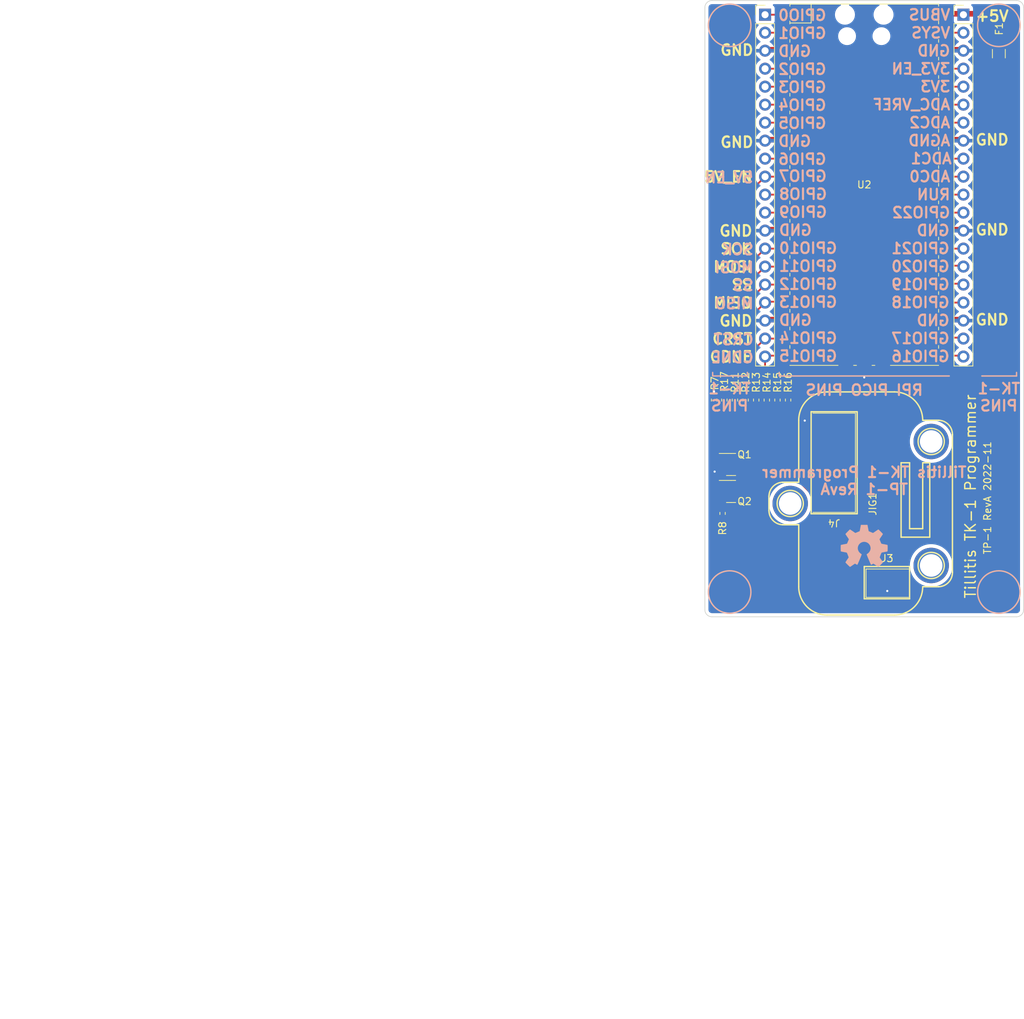
<source format=kicad_pcb>
(kicad_pcb (version 20211014) (generator pcbnew)
  (layers (0 "F.Cu" signal) (31 "B.Cu" signal) (34 "B.Paste" user) (35 "F.Paste" user) (36 "B.SilkS" user "B.Silkscreen") (37 "F.SilkS" user "F.Silkscreen") (38 "B.Mask" user) (39 "F.Mask" user) (44 "Edge.Cuts" user))
  (net 0 "")
  (net 1 "GND")
  (net 2 "+5V")
  (net 3 "/PICO28")
  (net 4 "/PICO27")
  (net 5 "/PICO26")
  (net 6 "/CDONE")
  (net 7 "/CRESET")
  (net 8 "/MISO")
  (net 9 "/SS")
  (net 10 "/MOSI")
  (net 11 "/SCK")
  (net 12 "/PICO_0")
  (net 13 "/PICO_1")
  (net 14 "/PICO_2")
  (net 15 "/PICO_3")
  (net 16 "/PICO_4")
  (net 17 "/PICO_5")
  (net 18 "/PICO_6")
  (net 19 "/PICO_VSYS")
  (net 20 "/PICO_3V3_EN")
  (net 21 "/PICO_3V3")
  (net 22 "/PICO_ADC_VREF")
  (net 25 "/PICO_RUN")
  (net 26 "/PICO22")
  (net 27 "/TX_U")
  (net 28 "/RX_U")
  (net 29 "/SCK_U")
  (net 30 "/MOSI_U")
  (net 31 "/SS_U")
  (net 32 "/MISO_U")
  (net 33 "/CRESET_U")
  (net 34 "/CDONE_U")
  (net 35 "/GPIO4_U")
  (net 36 "/GPIO3_U")
  (net 37 "/GPIO2_U")
  (net 38 "/GPIO1_U")
  (net 39 "/CTS_U")
  (net 40 "/RTS_U")
  (net 41 "/5V_EN")
  (net 42 "Net-(Q1-Pad3)")
  (net 43 "/5V_DUT")
  (net 44 "/5V_FUSE")
  (net 45 "Net-(Q1-Pad1)")
  (footprint "Connector_PinHeader_2.54mm:PinHeader_1x20_P2.54mm_Vertical" (layer "F.Cu") (at 154.5 51)
    (fp_text reference "J2" hide)
    (fp_text value "Conn_01x20" hide)
    (pad "1" thru_hole rect (at 0 0) (size 1.7 1.7) (drill 1) (layers *.Cu *.Mask) (net 2 "+5V"))
    (pad "2" thru_hole oval (at 0 2.54) (size 1.7 1.7) (drill 1) (layers *.Cu *.Mask) (net 19 "/PICO_VSYS"))
    (pad "3" thru_hole oval (at 0 5.08) (size 1.7 1.7) (drill 1) (layers *.Cu *.Mask) (net 1 "GND"))
    (pad "4" thru_hole oval (at 0 7.62) (size 1.7 1.7) (drill 1) (layers *.Cu *.Mask) (net 20 "/PICO_3V3_EN"))
    (pad "5" thru_hole oval (at 0 10.16) (size 1.7 1.7) (drill 1) (layers *.Cu *.Mask) (net 21 "/PICO_3V3"))
    (pad "6" thru_hole oval (at 0 12.7) (size 1.7 1.7) (drill 1) (layers *.Cu *.Mask) (net 22 "/PICO_ADC_VREF"))
    (pad "7" thru_hole oval (at 0 15.24) (size 1.7 1.7) (drill 1) (layers *.Cu *.Mask) (net 3 "/PICO28"))
    (pad "8" thru_hole oval (at 0 17.78) (size 1.7 1.7) (drill 1) (layers *.Cu *.Mask) (net 1 "GND"))
    (pad "9" thru_hole oval (at 0 20.32) (size 1.7 1.7) (drill 1) (layers *.Cu *.Mask) (net 4 "/PICO27"))
    (pad "10" thru_hole oval (at 0 22.86) (size 1.7 1.7) (drill 1) (layers *.Cu *.Mask) (net 5 "/PICO26"))
    (pad "11" thru_hole oval (at 0 25.4) (size 1.7 1.7) (drill 1) (layers *.Cu *.Mask) (net 25 "/PICO_RUN"))
    (pad "12" thru_hole oval (at 0 27.94) (size 1.7 1.7) (drill 1) (layers *.Cu *.Mask) (net 26 "/PICO22"))
    (pad "13" thru_hole oval (at 0 30.48) (size 1.7 1.7) (drill 1) (layers *.Cu *.Mask) (net 1 "GND"))
    (pad "14" thru_hole oval (at 0 33.02) (size 1.7 1.7) (drill 1) (layers *.Cu *.Mask) (net 35 "/GPIO4_U"))
    (pad "15" thru_hole oval (at 0 35.56) (size 1.7 1.7) (drill 1) (layers *.Cu *.Mask) (net 36 "/GPIO3_U"))
    (pad "16" thru_hole oval (at 0 38.1) (size 1.7 1.7) (drill 1) (layers *.Cu *.Mask) (net 37 "/GPIO2_U"))
    (pad "17" thru_hole oval (at 0 40.64) (size 1.7 1.7) (drill 1) (layers *.Cu *.Mask) (net 38 "/GPIO1_U"))
    (pad "18" thru_hole oval (at 0 43.18) (size 1.7 1.7) (drill 1) (layers *.Cu *.Mask) (net 1 "GND"))
    (pad "19" thru_hole oval (at 0 45.72) (size 1.7 1.7) (drill 1) (layers *.Cu *.Mask) (net 39 "/CTS_U"))
    (pad "20" thru_hole oval (at 0 48.26) (size 1.7 1.7) (drill 1) (layers *.Cu *.Mask) (net 40 "/RTS_U"))
  )
  (footprint "Fuse:Fuse_1206_3216Metric" (layer "F.Cu") (at 159.5 56.5 -90)
    (fp_text reference "F1" (at -3.5 -0.05 90) (layer "F.SilkS"))
    (fp_text value "50mA" hide)
    (pad "1" smd roundrect (at -1.4 0 270) (size 1.25 1.75) (layers "F.Cu" "F.Paste" "F.Mask") (roundrect_rratio 0.2) (net 2 "+5V"))
    (pad "2" smd roundrect (at 1.4 0 270) (size 1.25 1.75) (layers "F.Cu" "F.Paste" "F.Mask") (roundrect_rratio 0.2) (net 44 "/5V_FUSE"))
  )
  (footprint "Fiducial:Fiducial_1mm_Mask2mm" (layer "F.Cu") (at 161 134)
    (fp_text reference "FID1" hide)
    (fp_text value "Fiducial" hide)
    (pad "" smd circle (at 0 0) (size 1 1) (layers "F.Cu" "F.Mask") (clearance 0.5))
  )
  (footprint "mta1:ERJ2G(0402)_L" (layer "F.Cu") (at 123.75 105.4 90)
    (fp_text reference "R12" (at 2.5 0 90) (layer "F.SilkS"))
    (fp_text value "100R" hide)
    (pad "1" smd roundrect locked (at -0.4 0 90) (size 0.45 0.45) (layers "F.Cu" "F.Paste" "F.Mask") (net 10 "/MOSI"))
    (pad "2" smd roundrect locked (at 0.4 0 90) (size 0.45 0.45) (layers "F.Cu" "F.Paste" "F.Mask") (net 30 "/MOSI_U"))
  )
  (footprint "Connector_PinHeader_2.54mm:PinHeader_1x20_P2.54mm_Vertical" (layer "F.Cu") (at 126.5 51)
    (fp_text reference "J1" hide)
    (fp_text value "Conn_01x20" hide)
    (pad "1" thru_hole rect (at 0 0) (size 1.7 1.7) (drill 1) (layers *.Cu *.Mask) (net 12 "/PICO_0"))
    (pad "2" thru_hole oval (at 0 2.54) (size 1.7 1.7) (drill 1) (layers *.Cu *.Mask) (net 13 "/PICO_1"))
    (pad "3" thru_hole oval (at 0 5.08) (size 1.7 1.7) (drill 1) (layers *.Cu *.Mask) (net 1 "GND"))
    (pad "4" thru_hole oval (at 0 7.62) (size 1.7 1.7) (drill 1) (layers *.Cu *.Mask) (net 14 "/PICO_2"))
    (pad "5" thru_hole oval (at 0 10.16) (size 1.7 1.7) (drill 1) (layers *.Cu *.Mask) (net 15 "/PICO_3"))
    (pad "6" thru_hole oval (at 0 12.7) (size 1.7 1.7) (drill 1) (layers *.Cu *.Mask) (net 16 "/PICO_4"))
    (pad "7" thru_hole oval (at 0 15.24) (size 1.7 1.7) (drill 1) (layers *.Cu *.Mask) (net 17 "/PICO_5"))
    (pad "8" thru_hole oval (at 0 17.78) (size 1.7 1.7) (drill 1) (layers *.Cu *.Mask) (net 1 "GND"))
    (pad "9" thru_hole oval (at 0 20.32) (size 1.7 1.7) (drill 1) (layers *.Cu *.Mask) (net 18 "/PICO_6"))
    (pad "10" thru_hole oval (at 0 22.86) (size 1.7 1.7) (drill 1) (layers *.Cu *.Mask) (net 41 "/5V_EN"))
    (pad "11" thru_hole oval (at 0 25.4) (size 1.7 1.7) (drill 1) (layers *.Cu *.Mask) (net 27 "/TX_U"))
    (pad "12" thru_hole oval (at 0 27.94) (size 1.7 1.7) (drill 1) (layers *.Cu *.Mask) (net 28 "/RX_U"))
    (pad "13" thru_hole oval (at 0 30.48) (size 1.7 1.7) (drill 1) (layers *.Cu *.Mask) (net 1 "GND"))
    (pad "14" thru_hole oval (at 0 33.02) (size 1.7 1.7) (drill 1) (layers *.Cu *.Mask) (net 29 "/SCK_U"))
    (pad "15" thru_hole oval (at 0 35.56) (size 1.7 1.7) (drill 1) (layers *.Cu *.Mask) (net 30 "/MOSI_U"))
    (pad "16" thru_hole oval (at 0 38.1) (size 1.7 1.7) (drill 1) (layers *.Cu *.Mask) (net 31 "/SS_U"))
    (pad "17" thru_hole oval (at 0 40.64) (size 1.7 1.7) (drill 1) (layers *.Cu *.Mask) (net 32 "/MISO_U"))
    (pad "18" thru_hole oval (at 0 43.18) (size 1.7 1.7) (drill 1) (layers *.Cu *.Mask) (net 1 "GND"))
    (pad "19" thru_hole oval (at 0 45.72) (size 1.7 1.7) (drill 1) (layers *.Cu *.Mask) (net 33 "/CRESET_U"))
    (pad "20" thru_hole oval (at 0 48.26) (size 1.7 1.7) (drill 1) (layers *.Cu *.Mask) (net 34 "/CDONE_U"))
  )
  (footprint "mta1:ERJ2G(0402)_L" (layer "F.Cu") (at 126.75 105.4 90)
    (fp_text reference "R14" (at 2.5 0 90) (layer "F.SilkS"))
    (fp_text value "100R" hide)
    (pad "1" smd roundrect locked (at -0.4 0 90) (size 0.45 0.45) (layers "F.Cu" "F.Paste" "F.Mask") (net 8 "/MISO"))
    (pad "2" smd roundrect locked (at 0.4 0 90) (size 0.45 0.45) (layers "F.Cu" "F.Paste" "F.Mask") (net 32 "/MISO_U"))
  )
  (footprint "mta1:ERJ2G(0402)_L" (layer "F.Cu") (at 122.25 105.4 90)
    (fp_text reference "R11" (at 2.5 0 90) (layer "F.SilkS"))
    (fp_text value "100R" hide)
    (pad "1" smd roundrect locked (at -0.4 0 90) (size 0.45 0.45) (layers "F.Cu" "F.Paste" "F.Mask") (net 11 "/SCK"))
    (pad "2" smd roundrect locked (at 0.4 0 90) (size 0.45 0.45) (layers "F.Cu" "F.Paste" "F.Mask") (net 29 "/SCK_U"))
  )
  (footprint "mta1:ERJ2G(0402)_L" (layer "F.Cu") (at 125.25 105.4 90)
    (fp_text reference "R13" (at 2.5 0 90) (layer "F.SilkS"))
    (fp_text value "100R" hide)
    (pad "1" smd roundrect locked (at -0.4 0 90) (size 0.45 0.45) (layers "F.Cu" "F.Paste" "F.Mask") (net 9 "/SS"))
    (pad "2" smd roundrect locked (at 0.4 0 90) (size 0.45 0.45) (layers "F.Cu" "F.Paste" "F.Mask") (net 31 "/SS_U"))
  )
  (footprint "Package_TO_SOT_SMD:SOT-23" (layer "F.Cu") (at 121.7 114.49)
    (fp_text reference "Q1" (at 1.9 -1.39) (layer "F.SilkS"))
    (fp_text value "AO3400A" hide)
    (pad "1" smd roundrect (at -0.9375 -0.95) (size 1.475 0.6) (layers "F.Cu" "F.Paste" "F.Mask") (net 45 "Net-(Q1-Pad1)"))
    (pad "2" smd roundrect (at -0.9375 0.95) (size 1.475 0.6) (layers "F.Cu" "F.Paste" "F.Mask") (net 1 "GND"))
    (pad "3" smd roundrect (at 0.9375 0) (size 1.475 0.6) (layers "F.Cu" "F.Paste" "F.Mask") (net 42 "Net-(Q1-Pad3)"))
  )
  (footprint "mta1:mta1_usb_ch552_flat" (layer "F.Cu") (at 140 120 90)
    (fp_text reference "JIG1" (at -0.1 1.7 90 unlocked) (layer "F.SilkS"))
    (fp_text value "mta1_usb_ch552_flat" hide)
    (pad "M1" thru_hole circle (at 0 -9.95 90) (size 5 5) (drill 3.2) (layers *.Cu *.Mask))
    (pad "M2" thru_hole circle (at -8.75 9.95 90) (size 5 5) (drill 3.2) (layers *.Cu *.Mask))
    (pad "M3" thru_hole circle (at 8.75 9.95 90) (size 5 5) (drill 3.2) (layers *.Cu *.Mask))
  )
  (footprint "mta1:ERJ2G(0402)_L" (layer "F.Cu") (at 120.5 121.4 -90)
    (fp_text reference "R8" (at 2.1 0 90) (layer "F.SilkS"))
    (fp_text value "10K" hide)
    (pad "1" smd roundrect locked (at -0.4 0 270) (size 0.45 0.45) (layers "F.Cu" "F.Paste" "F.Mask") (net 42 "Net-(Q1-Pad3)"))
    (pad "2" smd roundrect locked (at 0.4 0 270) (size 0.45 0.45) (layers "F.Cu" "F.Paste" "F.Mask") (net 44 "/5V_FUSE"))
  )
  (footprint "Package_TO_SOT_SMD:SOT-23" (layer "F.Cu") (at 121.7 118.3)
    (fp_text reference "Q2" (at 1.9 1.4) (layer "F.SilkS"))
    (fp_text value "AO3401A" hide)
    (pad "1" smd roundrect (at -0.9375 -0.95) (size 1.475 0.6) (layers "F.Cu" "F.Paste" "F.Mask") (net 42 "Net-(Q1-Pad3)"))
    (pad "2" smd roundrect (at -0.9375 0.95) (size 1.475 0.6) (layers "F.Cu" "F.Paste" "F.Mask") (net 44 "/5V_FUSE"))
    (pad "3" smd roundrect (at 0.9375 0) (size 1.475 0.6) (layers "F.Cu" "F.Paste" "F.Mask") (net 43 "/5V_DUT"))
  )
  (footprint "mta1:BC-1-701" (layer "F.Cu") (at 136.25 114.25 180)
    (fp_text reference "J4" (at 0 -8.5 180 unlocked) (layer "F.SilkS"))
    (fp_text value "BC-1-701" hide)
    (pad "1" smd roundrect (at 2 -6 180) (size 2.6 1.7) (layers "F.Cu" "F.Paste" "F.Mask") (roundrect_rratio 0.1) (net 11 "/SCK"))
    (pad "2" smd roundrect (at 2 -4 180) (size 2.6 1.7) (layers "F.Cu" "F.Paste" "F.Mask") (roundrect_rratio 0.1) (net 10 "/MOSI"))
    (pad "3" smd roundrect (at 2 -2 180) (size 2.6 1.7) (layers "F.Cu" "F.Paste" "F.Mask") (roundrect_rratio 0.1) (net 9 "/SS"))
    (pad "4" smd roundrect (at 2 0 180) (size 2.6 1.7) (layers "F.Cu" "F.Paste" "F.Mask") (roundrect_rratio 0.1) (net 8 "/MISO"))
    (pad "5" smd roundrect (at 2 2 180) (size 2.6 1.7) (layers "F.Cu" "F.Paste" "F.Mask") (roundrect_rratio 0.1) (net 7 "/CRESET"))
    (pad "6" smd roundrect (at 2 4 180) (size 2.6 1.7) (layers "F.Cu" "F.Paste" "F.Mask") (roundrect_rratio 0.1) (net 6 "/CDONE"))
    (pad "7" smd roundrect (at 2 6 180) (size 2.6 1.7) (layers "F.Cu" "F.Paste" "F.Mask") (roundrect_rratio 0.1) (net 1 "GND"))
  )
  (footprint "mta1:BC-1-208" (layer "F.Cu") (at 143.75 131.25)
    (fp_text reference "J3" (at 0 -3.5 unlocked) (layer "F.SilkS"))
    (fp_text value "BC-1-208" hide)
    (pad "1" smd roundrect (at 2 -1) (size 2.6 1.7) (layers "F.Cu" "F.Paste" "F.Mask") (roundrect_rratio 0.1) (net 43 "/5V_DUT"))
    (pad "2" smd roundrect (at 2 1) (size 2.6 1.7) (layers "F.Cu" "F.Paste" "F.Mask") (roundrect_rratio 0.1) (net 1 "GND"))
  )
  (footprint "MCU_RaspberryPi_and_Boards:RPi_Pico_SMD_reflow" (layer "F.Cu") (at 140.5 75)
    (fp_text reference "U2" (at 0 0) (layer "F.SilkS"))
    (fp_text value "Pico" hide)
    (pad "" np_thru_hole oval (at 2.425 -20.97) (size 1.5 1.5) (drill 1.5) (layers *.Cu *.Mask))
    (pad "" np_thru_hole oval (at -2.725 -24) (size 1.8 1.8) (drill 1.8) (layers F&B.Cu *.Mask))
    (pad "" np_thru_hole oval (at 2.725 -24) (size 1.8 1.8) (drill 1.8) (layers *.Cu *.Mask))
    (pad "" np_thru_hole oval (at -2.425 -20.97) (size 1.5 1.5) (drill 1.5) (layers *.Cu *.Mask))
    (pad "1" smd rect (at -8.89 -24.13) (size 3.5 1.7) (drill (offset -0.9 0)) (layers "F.Cu" "F.Paste" "F.Mask") (net 12 "/PICO_0"))
    (pad "2" smd rect (at -8.89 -21.59) (size 3.5 1.7) (drill (offset -0.9 0)) (layers "F.Cu" "F.Paste" "F.Mask") (net 13 "/PICO_1"))
    (pad "3" smd rect (at -8.89 -19.05) (size 3.5 1.7) (drill (offset -0.9 0)) (layers "F.Cu" "F.Paste" "F.Mask") (net 1 "GND"))
    (pad "4" smd rect (at -8.89 -16.51) (size 3.5 1.7) (drill (offset -0.9 0)) (layers "F.Cu" "F.Paste" "F.Mask") (net 14 "/PICO_2"))
    (pad "5" smd rect (at -8.89 -13.97) (size 3.5 1.7) (drill (offset -0.9 0)) (layers "F.Cu" "F.Paste" "F.Mask") (net 15 "/PICO_3"))
    (pad "6" smd rect (at -8.89 -11.43) (size 3.5 1.7) (drill (offset -0.9 0)) (layers "F.Cu" "F.Paste" "F.Mask") (net 16 "/PICO_4"))
    (pad "7" smd rect (at -8.89 -8.89) (size 3.5 1.7) (drill (offset -0.9 0)) (layers "F.Cu" "F.Paste" "F.Mask") (net 17 "/PICO_5"))
    (pad "8" smd rect (at -8.89 -6.35) (size 3.5 1.7) (drill (offset -0.9 0)) (layers "F.Cu" "F.Paste" "F.Mask") (net 1 "GND"))
    (pad "9" smd rect (at -8.89 -3.81) (size 3.5 1.7) (drill (offset -0.9 0)) (layers "F.Cu" "F.Paste" "F.Mask") (net 18 "/PICO_6"))
    (pad "10" smd rect (at -8.89 -1.27) (size 3.5 1.7) (drill (offset -0.9 0)) (layers "F.Cu" "F.Paste" "F.Mask") (net 41 "/5V_EN"))
    (pad "11" smd rect (at -8.89 1.27) (size 3.5 1.7) (drill (offset -0.9 0)) (layers "F.Cu" "F.Paste" "F.Mask") (net 27 "/TX_U"))
    (pad "12" smd rect (at -8.89 3.81) (size 3.5 1.7) (drill (offset -0.9 0)) (layers "F.Cu" "F.Paste" "F.Mask") (net 28 "/RX_U"))
    (pad "13" smd rect (at -8.89 6.35) (size 3.5 1.7) (drill (offset -0.9 0)) (layers "F.Cu" "F.Paste" "F.Mask") (net 1 "GND"))
    (pad "14" smd rect (at -8.89 8.89) (size 3.5 1.7) (drill (offset -0.9 0)) (layers "F.Cu" "F.Paste" "F.Mask") (net 29 "/SCK_U"))
    (pad "15" smd rect (at -8.89 11.43) (size 3.5 1.7) (drill (offset -0.9 0)) (layers "F.Cu" "F.Paste" "F.Mask") (net 30 "/MOSI_U"))
    (pad "16" smd rect (at -8.89 13.97) (size 3.5 1.7) (drill (offset -0.9 0)) (layers "F.Cu" "F.Paste" "F.Mask") (net 31 "/SS_U"))
    (pad "17" smd rect (at -8.89 16.51) (size 3.5 1.7) (drill (offset -0.9 0)) (layers "F.Cu" "F.Paste" "F.Mask") (net 32 "/MISO_U"))
    (pad "18" smd rect (at -8.89 19.05) (size 3.5 1.7) (drill (offset -0.9 0)) (layers "F.Cu" "F.Paste" "F.Mask") (net 1 "GND"))
    (pad "19" smd rect (at -8.89 21.59) (size 3.5 1.7) (drill (offset -0.9 0)) (layers "F.Cu" "F.Paste" "F.Mask") (net 33 "/CRESET_U"))
    (pad "20" smd rect (at -8.89 24.13) (size 3.5 1.7) (drill (offset -0.9 0)) (layers "F.Cu" "F.Paste" "F.Mask") (net 34 "/CDONE_U"))
    (pad "21" smd rect (at 8.89 24.13) (size 3.5 1.7) (drill (offset 0.9 0)) (layers "F.Cu" "F.Paste" "F.Mask") (net 40 "/RTS_U"))
    (pad "22" smd rect (at 8.89 21.59) (size 3.5 1.7) (drill (offset 0.9 0)) (layers "F.Cu" "F.Paste" "F.Mask") (net 39 "/CTS_U"))
    (pad "23" smd rect (at 8.89 19.05) (size 3.5 1.7) (drill (offset 0.9 0)) (layers "F.Cu" "F.Paste" "F.Mask") (net 1 "GND"))
    (pad "24" smd rect (at 8.89 16.51) (size 3.5 1.7) (drill (offset 0.9 0)) (layers "F.Cu" "F.Paste" "F.Mask") (net 38 "/GPIO1_U"))
    (pad "25" smd rect (at 8.89 13.97) (size 3.5 1.7) (drill (offset 0.9 0)) (layers "F.Cu" "F.Paste" "F.Mask") (net 37 "/GPIO2_U"))
    (pad "26" smd rect (at 8.89 11.43) (size 3.5 1.7) (drill (offset 0.9 0)) (layers "F.Cu" "F.Paste" "F.Mask") (net 36 "/GPIO3_U"))
    (pad "27" smd rect (at 8.89 8.89) (size 3.5 1.7) (drill (offset 0.9 0)) (layers "F.Cu" "F.Paste" "F.Mask") (net 35 "/GPIO4_U"))
    (pad "28" smd rect (at 8.89 6.35) (size 3.5 1.7) (drill (offset 0.9 0)) (layers "F.Cu" "F.Paste" "F.Mask") (net 1 "GND"))
    (pad "29" smd rect (at 8.89 3.81) (size 3.5 1.7) (drill (offset 0.9 0)) (layers "F.Cu" "F.Paste" "F.Mask") (net 26 "/PICO22"))
    (pad "30" smd rect (at 8.89 1.27) (size 3.5 1.7) (drill (offset 0.9 0)) (layers "F.Cu" "F.Paste" "F.Mask") (net 25 "/PICO_RUN"))
    (pad "31" smd rect (at 8.89 -1.27) (size 3.5 1.7) (drill (offset 0.9 0)) (layers "F.Cu" "F.Paste" "F.Mask") (net 5 "/PICO26"))
    (pad "32" smd rect (at 8.89 -3.81) (size 3.5 1.7) (drill (offset 0.9 0)) (layers "F.Cu" "F.Paste" "F.Mask") (net 4 "/PICO27"))
    (pad "33" smd rect (at 8.89 -6.35) (size 3.5 1.7) (drill (offset 0.9 0)) (layers "F.Cu" "F.Paste" "F.Mask") (net 1 "GND"))
    (pad "34" smd rect (at 8.89 -8.89) (size 3.5 1.7) (drill (offset 0.9 0)) (layers "F.Cu" "F.Paste" "F.Mask") (net 3 "/PICO28"))
    (pad "35" smd rect (at 8.89 -11.43) (size 3.5 1.7) (drill (offset 0.9 0)) (layers "F.Cu" "F.Paste" "F.Mask") (net 22 "/PICO_ADC_VREF"))
    (pad "36" smd rect (at 8.89 -13.97) (size 3.5 1.7) (drill (offset 0.9 0)) (layers "F.Cu" "F.Paste" "F.Mask") (net 21 "/PICO_3V3"))
    (pad "37" smd rect (at 8.89 -16.51) (size 3.5 1.7) (drill (offset 0.9 0)) (layers "F.Cu" "F.Paste" "F.Mask") (net 20 "/PICO_3V3_EN"))
    (pad "38" smd rect (at 8.89 -19.05) (size 3.5 1.7) (drill (offset 0.9 0)) (layers "F.Cu" "F.Paste" "F.Mask") (net 1 "GND"))
    (pad "39" smd rect (at 8.89 -21.59) (size 3.5 1.7) (drill (offset 0.9 0)) (layers "F.Cu" "F.Paste" "F.Mask") (net 19 "/PICO_VSYS"))
    (pad "40" smd rect (at 8.89 -24.13) (size 3.5 1.7) (drill (offset 0.9 0)) (layers "F.Cu" "F.Paste" "F.Mask") (net 2 "+5V"))
    (pad "41" smd rect (at -2.54 23.9 90) (size 3.5 1.7) (drill (offset -0.9 0)) (layers "F.Cu" "F.Paste" "F.Mask"))
    (pad "42" smd rect (at 0 23.9 90) (size 3.5 1.7) (drill (offset -0.9 0)) (layers "F.Cu" "F.Paste" "F.Mask") (net 1 "GND"))
    (pad "43" smd rect (at 2.54 23.9 90) (size 3.5 1.7) (drill (offset -0.9 0)) (layers "F.Cu" "F.Paste" "F.Mask"))
  )
  (footprint "mta1:ERJ2G(0402)_L" (layer "F.Cu") (at 129.75 105.4 90)
    (fp_text reference "R16" (at 2.5 0 90) (layer "F.SilkS"))
    (fp_text value "100R" hide)
    (pad "1" smd roundrect locked (at -0.4 0 90) (size 0.45 0.45) (layers "F.Cu" "F.Paste" "F.Mask") (net 6 "/CDONE"))
    (pad "2" smd roundrect locked (at 0.4 0 90) (size 0.45 0.45) (layers "F.Cu" "F.Paste" "F.Mask") (net 34 "/CDONE_U"))
  )
  (footprint "Fiducial:Fiducial_1mm_Mask2mm" (layer "F.Cu") (at 120 134)
    (fp_text reference "FIDe" hide)
    (fp_text value "Fiducial" hide)
    (pad "" smd circle (at 0 0) (size 1 1) (layers "F.Cu" "F.Mask") (clearance 0.5))
  )
  (footprint "mta1:ERJ2G(0402)_L" (layer "F.Cu") (at 120.75 105.4 -90)
    (fp_text reference "R17" (at -2.6 0 90) (layer "F.SilkS"))
    (fp_text value "100R" hide)
    (pad "1" smd roundrect locked (at -0.4 0 270) (size 0.45 0.45) (layers "F.Cu" "F.Paste" "F.Mask") (net 41 "/5V_EN"))
    (pad "2" smd roundrect locked (at 0.4 0 270) (size 0.45 0.45) (layers "F.Cu" "F.Paste" "F.Mask") (net 45 "Net-(Q1-Pad1)"))
  )
  (footprint "mta1:ERJ2G(0402)_L" (layer "F.Cu") (at 128.25 105.4 90)
    (fp_text reference "R15" (at 2.5 0 90) (layer "F.SilkS"))
    (fp_text value "100R" hide)
    (pad "1" smd roundrect locked (at -0.4 0 90) (size 0.45 0.45) (layers "F.Cu" "F.Paste" "F.Mask") (net 7 "/CRESET"))
    (pad "2" smd roundrect locked (at 0.4 0 90) (size 0.45 0.45) (layers "F.Cu" "F.Paste" "F.Mask") (net 33 "/CRESET_U"))
  )
  (footprint "mta1:ERJ2G(0402)_L" (layer "F.Cu") (at 119.3 105.4 -90)
    (fp_text reference "R7" (at -2.37 -0.11 -270) (layer "F.SilkS"))
    (fp_text value "10K" hide)
    (pad "1" smd roundrect locked (at -0.4 0 270) (size 0.45 0.45) (layers "F.Cu" "F.Paste" "F.Mask") (net 1 "GND"))
    (pad "2" smd roundrect locked (at 0.4 0 270) (size 0.45 0.45) (layers "F.Cu" "F.Paste" "F.Mask") (net 45 "Net-(Q1-Pad1)"))
  )
  (footprint "Fiducial:Fiducial_1mm_Mask2mm" (layer "F.Cu") (at 120 51)
    (fp_text reference "FID2" hide)
    (fp_text value "Fiducial" hide)
    (pad "" smd circle (at 0 0) (size 1 1) (layers "F.Cu" "F.Mask") (clearance 0.5))
  )
  (footprint "Symbol:OSHW-Symbol_6.7x6mm_SilkScreen" (layer "B.Cu") (at 140.5 126 180)
    (fp_text reference "REF**" hide)
    (fp_text value "OSHW-Symbol_6.7x6mm_SilkScreen" hide)
  )
  (gr_circle (center 121.5 52.5) (end 124.5 52.5) (layer "B.SilkS") (width 0.2) (fill none))
  (gr_line (start 157.1 102) (end 162 102) (layer "B.SilkS") (width 0.2))
  (gr_line (start 119.1 102) (end 124 102) (layer "B.SilkS") (width 0.2))
  (gr_circle (center 159.5 52.5) (end 162.5 52.5) (layer "B.SilkS") (width 0.2) (fill none))
  (gr_circle (center 159.5 132.5) (end 162.5 132.5) (layer "B.SilkS") (width 0.2) (fill none))
  (gr_line (start 119.1 101.5) (end 119.1 102) (layer "B.SilkS") (width 0.2))
  (gr_circle (center 121.5 132.5) (end 124.5 132.5) (layer "B.SilkS") (width 0.2) (fill none))
  (gr_line (start 162 101.5) (end 162 102) (layer "B.SilkS") (width 0.2))
  (gr_line (start 128.5 102) (end 152.5 102) (layer "B.SilkS") (width 0.2))
  (gr_line (start 124 101.5) (end 124 102) (layer "B.SilkS") (width 0.2))
  (gr_line (start 128.5 101.5) (end 128.5 102) (layer "B.SilkS") (width 0.2))
  (gr_arc (start 118 50) (mid 118.292893 49.292893) (end 119 49) (layer "Edge.Cuts") (width 0.1))
  (gr_line (start 162 49) (end 119 49) (layer "Edge.Cuts") (width 0.1))
  (gr_line (start 118 50) (end 118 134.992893) (layer "Edge.Cuts") (width 0.1))
  (gr_arc (start 119 135.992893) (mid 118.292893 135.7) (end 118 134.992893) (layer "Edge.Cuts") (width 0.1))
  (gr_arc (start 162 49) (mid 162.707107 49.292893) (end 163 50) (layer "Edge.Cuts") (width 0.1))
  (gr_line (start 119 135.992893) (end 162 135.992893) (layer "Edge.Cuts") (width 0.1))
  (gr_line (start 163 134.992893) (end 163 50) (layer "Edge.Cuts") (width 0.1))
  (gr_arc (start 163 134.992893) (mid 162.707107 135.7) (end 162 135.992893) (layer "Edge.Cuts") (width 0.1))
  (gr_text "GND" (at 152.7 94.16) (layer "B.SilkS") (effects (font (size 1.5 1.5) (thickness 0.3)) (justify left mirror)))
  (gr_text "SS" (at 125.04 89.24) (layer "B.SilkS") (effects (font (size 1.5 1.5) (thickness 0.3)) (justify left mirror)))
  (gr_text "GPIO11" (at 128.3 86.5) (layer "B.SilkS") (effects (font (size 1.5 1.5) (thickness 0.3)) (justify right mirror)))
  (gr_text "VBUS" (at 152.8 51.02) (layer "B.SilkS") (effects (font (size 1.5 1.5) (thickness 0.3)) (justify left mirror)))
  (gr_text "GPIO6" (at 128.2 71.4) (layer "B.SilkS") (effects (font (size 1.5 1.5) (thickness 0.3)) (justify right mirror)))
  (gr_text "GND" (at 128.2 68.86) (layer "B.SilkS") (effects (font (size 1.5 1.5) (thickness 0.3)) (justify right mirror)))
  (gr_text "GPIO22" (at 152.8 78.94) (layer "B.SilkS") (effects (font (size 1.5 1.5) (thickness 0.3)) (justify left mirror)))
  (gr_text "CRST" (at 125.04 96.86) (layer "B.SilkS") (effects (font (size 1.5 1.5) (thickness 0.3)) (justify left mirror)))
  (gr_text "RUN" (at 152.8 76.4) (layer "B.SilkS") (effects (font (size 1.5 1.5) (thickness 0.3)) (justify left mirror)))
  (gr_text "GPIO10" (at 128.3 83.96) (layer "B.SilkS") (effects (font (size 1.5 1.5) (thickness 0.3)) (justify right mirror)))
  (gr_text "TK-1\nPINS" (at 121.5 105) (layer "B.SilkS") (effects (font (size 1.5 1.5) (thickness 0.3)) (justify mirror)))
  (gr_text "GND" (at 128.2 56.16) (layer "B.SilkS") (effects (font (size 1.5 1.5) (thickness 0.3)) (justify right mirror)))
  (gr_text "CDNE" (at 125.04 99.4) (layer "B.SilkS") (effects (font (size 1.5 1.5) (thickness 0.3)) (justify left mirror)))
  (gr_text "GPIO16" (at 152.7 99.24) (layer "B.SilkS") (effects (font (size 1.5 1.5) (thickness 0.3)) (justify left mirror)))
  (gr_text "GPIO8" (at 128.3 76.34) (layer "B.SilkS") (effects (font (size 1.5 1.5) (thickness 0.3)) (justify right mirror)))
  (gr_text "ADC1" (at 153 71.32) (layer "B.SilkS") (effects (font (size 1.5 1.5) (thickness 0.3)) (justify left mirror)))
  (gr_text "GPIO3" (at 128.2 61.24) (layer "B.SilkS") (effects (font (size 1.5 1.5) (thickness 0.3)) (justify right mirror)))
  (gr_text "GPIO19" (at 152.7 89.08) (layer "B.SilkS") (effects (font (size 1.5 1.5) (thickness 0.3)) (justify left mirror)))
  (gr_text "GND" (at 128.3 81.42) (layer "B.SilkS") (effects (font (size 1.5 1.5) (thickness 0.3)) (justify right mirror)))
  (gr_text "GPIO14" (at 128.3 96.66) (layer "B.SilkS") (effects (font (size 1.5 1.5) (thickness 0.3)) (justify right mirror)))
  (gr_text "ADC0" (at 152.8 73.86) (layer "B.SilkS") (effects (font (size 1.5 1.5) (thickness 0.3)) (justify left mirror)))
  (gr_text "GPIO13" (at 128.3 91.58) (layer "B.SilkS") (effects (font (size 1.5 1.5) (thickness 0.3)) (justify right mirror)))
  (gr_text "MISO" (at 125.04 91.78) (layer "B.SilkS") (effects (font (size 1.5 1.5) (thickness 0.3)) (justify left mirror)))
  (gr_text "GPIO18" (at 152.7 91.62) (layer "B.SilkS") (effects (font (size 1.5 1.5) (thickness 0.3)) (justify left mirror)))
  (gr_text "3V3_EN" (at 152.8 58.64) (layer "B.SilkS") (effects (font (size 1.5 1.5) (thickness 0.3)) (justify left mirror)))
  (gr_text "3V3" (at 152.8 61.16) (layer "B.SilkS") (effects (font (size 1.5 1.5) (thickness 0.3)) (justify left mirror)))
  (gr_text "GPIO7" (at 128.26 73.8) (layer "B.SilkS") (effects (font (size 1.5 1.5) (thickness 0.3)) (justify right mirror)))
  (gr_text "GPIO4" (at 128.2 63.78) (layer "B.SilkS") (effects (font (size 1.5 1.5) (thickness 0.3)) (justify right mirror)))
  (gr_text "VSYS" (at 152.8 53.56) (layer "B.SilkS") (effects (font (size 1.5 1.5) (thickness 0.3)) (justify left mirror)))
  (gr_text "Tillitis TK-1 Programmer\nTP-1 RevA" (at 140.5 116.8) (layer "B.SilkS") (effects (font (size 1.5 1.5) (thickness 0.3)) (justify mirror)))
  (gr_text "AGND" (at 152.8 68.78) (layer "B.SilkS") (effects (font (size 1.5 1.5) (thickness 0.3)) (justify left mirror)))
  (gr_text "GPIO15" (at 128.3 99.2) (layer "B.SilkS") (effects (font (size 1.5 1.5) (thickness 0.3)) (justify right mirror)))
  (gr_text "GPIO2" (at 128.2 58.7) (layer "B.SilkS") (effects (font (size 1.5 1.5) (thickness 0.3)) (justify right mirror)))
  (gr_text "GND" (at 128.3 94.12) (layer "B.SilkS") (effects (font (size 1.5 1.5) (thickness 0.3)) (justify right mirror)))
  (gr_text "ADC_VREF" (at 152.8 63.7) (layer "B.SilkS") (effects (font (size 1.5 1.5) (thickness 0.3)) (justify left mirror)))
  (gr_text "RPI PICO PINS" (at 140.5 104) (layer "B.SilkS") (effects (font (size 1.5 1.5) (thickness 0.3)) (justify mirror)))
  (gr_text "GPIO9" (at 128.3 78.88) (layer "B.SilkS") (effects (font (size 1.5 1.5) (thickness 0.3)) (justify right mirror)))
  (gr_text "5V_EN" (at 125 74) (layer "B.SilkS") (effects (font (size 1.5 1.5) (thickness 0.3)) (justify left mirror)))
  (gr_text "GPIO1" (at 128.2 53.62) (layer "B.SilkS") (effects (font (size 1.5 1.5) (thickness 0.3)) (justify right mirror)))
  (gr_text "GPIO5" (at 128.2 66.32) (layer "B.SilkS") (effects (font (size 1.5 1.5) (thickness 0.3)) (justify right mirror)))
  (gr_text "GND" (at 152.7 81.46) (layer "B.SilkS") (effects (font (size 1.5 1.5) (thickness 0.3)) (justify left mirror)))
  (gr_text "GPIO20" (at 152.7 86.54) (layer "B.SilkS") (effects (font (size 1.5 1.5) (thickness 0.3)) (justify left mirror)))
  (gr_text "MOSI" (at 125.04 86.7) (layer "B.SilkS") (effects (font (size 1.5 1.5) (thickness 0.3)) (justify left mirror)))
  (gr_text "ADC2" (at 152.8 66.24) (layer "B.SilkS") (effects (font (size 1.5 1.5) (thickness 0.3)) (justify left mirror)))
  (gr_text "SCK" (at 125.04 84.16) (layer "B.SilkS") (effects (font (size 1.5 1.5) (thickness 0.3)) (justify left mirror)))
  (gr_text "GPIO12" (at 128.3 89.04) (layer "B.SilkS") (effects (font (size 1.5 1.5) (thickness 0.3)) (justify right mirror)))
  (gr_text "GPIO0" (at 128.2 51.08) (layer "B.SilkS") (effects (font (size 1.5 1.5) (thickness 0.3)) (justify right mirror)))
  (gr_text "GND" (at 152.8 56.1) (layer "B.SilkS") (effects (font (size 1.5 1.5) (thickness 0.3)) (justify left mirror)))
  (gr_text "GPIO17" (at 152.7 96.7) (layer "B.SilkS") (effects (font (size 1.5 1.5) (thickness 0.3)) (justify left mirror)))
  (gr_text "TK-1\nPINS" (at 159.5 105) (layer "B.SilkS") (effects (font (size 1.5 1.5) (thickness 0.3)) (justify mirror)))
  (gr_text "GPIO21" (at 152.7 84) (layer "B.SilkS") (effects (font (size 1.5 1.5) (thickness 0.3)) (justify left mirror)))
  (gr_text "GND" (at 125 69) (layer "F.SilkS") (effects (font (size 1.5 1.5) (thickness 0.3)) (justify right)))
  (gr_text "MOSI" (at 124.86 86.6) (layer "F.SilkS") (effects (font (size 1.5 1.5) (thickness 0.3)) (justify right)))
  (gr_text "GND" (at 124.86 94.22) (layer "F.SilkS") (effects (font (size 1.5 1.5) (thickness 0.3)) (justify right)))
  (gr_text "GND" (at 156.075 81.36) (layer "F.SilkS") (effects (font (size 1.5 1.5) (thickness 0.3)) (justify left)))
  (gr_text "GND" (at 156.075 94.06) (layer "F.SilkS") (effects (font (size 1.5 1.5) (thickness 0.3)) (justify left)))
  (gr_text "Tillitis TK-1 Programmer" (at 155.5 119 90) (layer "F.SilkS") (effects (font (size 1.5 1.5) (thickness 0.2))))
  (gr_text "SCK" (at 124.86 84.06) (layer "F.SilkS") (effects (font (size 1.5 1.5) (thickness 0.3)) (justify right)))
  (gr_text "5V_EN" (at 124.9 73.9) (layer "F.SilkS") (effects (font (size 1.5 1.5) (thickness 0.3)) (justify right)))
  (gr_text "GND" (at 156.075 68.66) (layer "F.SilkS") (effects (font (size 1.5 1.5) (thickness 0.3)) (justify left)))
  (gr_text "GND" (at 125 56) (layer "F.SilkS") (effects (font (size 1.5 1.5) (thickness 0.3)) (justify right)))
  (gr_text "+5V" (at 156.075 51.2) (layer "F.SilkS") (effects (font (size 1.5 1.5) (thickness 0.3)) (justify left)))
  (gr_text "GND" (at 124.86 81.52) (layer "F.SilkS") (effects (font (size 1.5 1.5) (thickness 0.3)) (justify right)))
  (gr_text "CRST" (at 124.86 96.76) (layer "F.SilkS") (effects (font (size 1.5 1.5) (thickness 0.3)) (justify right)))
  (gr_text "MISO" (at 124.86 91.68) (layer "F.SilkS") (effects (font (size 1.5 1.5) (thickness 0.3)) (justify right)))
  (gr_text "CDNE" (at 124.86 99.3) (layer "F.SilkS") (effects (font (size 1.5 1.5) (thickness 0.3)) (justify right)))
  (gr_text "SS" (at 124.86 89.14) (layer "F.SilkS") (effects (font (size 1.5 1.5) (thickness 0.3)) (justify right)))
  (gr_text "TP-1 RevA 2022-11" (at 157.9 119.2 90) (layer "F.SilkS") (effects (font (size 1 1))))
  (segment (start 154.37 68.65) (end 154.5 68.78) (width 0.8) (layer "F.Cu") (net 1))
  (segment (start 149.39 55.95) (end 154.37 55.95) (width 0.8) (layer "F.Cu") (net 1))
  (segment (start 149.39 68.65) (end 154.37 68.65) (width 0.8) (layer "F.Cu") (net 1))
  (segment (start 119.3 105) (end 119.3 104.14) (width 0.25) (layer "F.Cu") (net 1))
  (segment (start 134.25 108.25) (end 132.15 108.25) (width 0.8) (layer "F.Cu") (net 1))
  (segment (start 154.37 81.35) (end 154.5 81.48) (width 0.8) (layer "F.Cu") (net 1))
  (segment (start 131.61 94.05) (end 126.63 94.05) (width 0.8) (layer "F.Cu") (net 1))
  (segment (start 126.63 55.95) (end 126.5 56.08) (width 0.8) (layer "F.Cu") (net 1))
  (segment (start 126.63 81.35) (end 126.5 81.48) (width 0.8) (layer "F.Cu") (net 1))
  (segment (start 143.8 132.3) (end 143.75 132.35) (width 0.8) (layer "F.Cu") (net 1))
  (segment (start 120.7625 115.44) (end 119.44 115.44) (width 0.25) (layer "F.Cu") (net 1))
  (segment (start 119.44 115.44) (end 119.38 115.5) (width 0.25) (layer "F.Cu") (net 1))
  (segment (start 131.61 55.95) (end 126.63 55.95) (width 0.8) (layer "F.Cu") (net 1))
  (segment (start 132.15 108.25) (end 132.1 108.3) (width 0.8) (layer "F.Cu") (net 1))
  (segment (start 131.61 68.65) (end 126.63 68.65) (width 0.8) (layer "F.Cu") (net 1))
  (segment (start 126.63 68.65) (end 126.5 68.78) (width 0.8) (layer "F.Cu") (net 1))
  (segment (start 149.39 94.05) (end 154.37 94.05) (width 0.8) (layer "F.Cu") (net 1))
  (segment (start 149.39 81.35) (end 154.37 81.35) (width 0.8) (layer "F.Cu") (net 1))
  (segment (start 154.37 55.95) (end 154.5 56.08) (width 0.8) (layer "F.Cu") (net 1))
  (segment (start 145.7 132.3) (end 143.8 132.3) (width 0.8) (layer "F.Cu") (net 1))
  (segment (start 126.63 94.05) (end 126.5 94.18) (width 0.8) (layer "F.Cu") (net 1))
  (segment (start 131.61 81.35) (end 126.63 81.35) (width 0.8) (layer "F.Cu") (net 1))
  (segment (start 140.5 98.9) (end 140.5 102.2) (width 0.8) (layer "F.Cu") (net 1))
  (via (at 132.1 108.3) (size 0.6) (drill 0.3) (layers "F.Cu" "B.Cu") (net 1))
  (via (at 119.3 104.2) (size 0.6) (drill 0.3) (layers "F.Cu" "B.Cu") (net 1))
  (via (at 119.38 115.5) (size 0.6) (drill 0.3) (layers "F.Cu" "B.Cu") (net 1))
  (via (at 140.5 102.2) (size 0.6) (drill 0.3) (layers "F.Cu" "B.Cu") (net 1))
  (via (at 143.75 132.35) (size 0.6) (drill 0.3) (layers "F.Cu" "B.Cu") (net 1))
  (segment (start 159.5 52.2) (end 159.5 55.1) (width 0.8) (layer "F.Cu") (net 2))
  (segment (start 149.39 50.87) (end 158.17 50.87) (width 0.8) (layer "F.Cu") (net 2))
  (segment (start 158.17 50.87) (end 159.5 52.2) (width 0.8) (layer "F.Cu") (net 2))
  (segment (start 149.52 66.24) (end 149.39 66.11) (width 0.25) (layer "F.Cu") (net 3))
  (segment (start 154.5 66.24) (end 149.52 66.24) (width 0.25) (layer "F.Cu") (net 3))
  (segment (start 149.52 71.32) (end 149.39 71.19) (width 0.25) (layer "F.Cu") (net 4))
  (segment (start 154.5 71.32) (end 149.52 71.32) (width 0.25) (layer "F.Cu") (net 4))
  (segment (start 154.5 73.86) (end 149.52 73.86) (width 0.25) (layer "F.Cu") (net 5))
  (segment (start 149.52 73.86) (end 149.39 73.73) (width 0.25) (layer "F.Cu") (net 5))
  (segment (start 129.75 107.75) (end 132.25 110.25) (width 0.25) (layer "F.Cu") (net 6))
  (segment (start 129.75 105.8) (end 129.75 107.75) (width 0.25) (layer "F.Cu") (net 6))
  (segment (start 132.25 110.25) (end 134.25 110.25) (width 0.25) (layer "F.Cu") (net 6))
  (segment (start 131.65 112.25) (end 128.25 108.85) (width 0.25) (layer "F.Cu") (net 7))
  (segment (start 128.25 108.85) (end 128.25 105.8) (width 0.25) (layer "F.Cu") (net 7))
  (segment (start 134.25 112.25) (end 131.65 112.25) (width 0.25) (layer "F.Cu") (net 7))
  (segment (start 126.75 109.25) (end 131.75 114.25) (width 0.25) (layer "F.Cu") (net 8))
  (segment (start 131.75 114.25) (end 134.25 114.25) (width 0.25) (layer "F.Cu") (net 8))
  (segment (start 126.75 105.8) (end 126.75 109.25) (width 0.25) (layer "F.Cu") (net 8))
  (segment (start 132.15 116.25) (end 125.25 109.35) (width 0.25) (layer "F.Cu") (net 9))
  (segment (start 134.25 116.25) (end 132.15 116.25) (width 0.25) (layer "F.Cu") (net 9))
  (segment (start 125.25 109.35) (end 125.25 105.8) (width 0.25) (layer "F.Cu") (net 9))
  (segment (start 132.65 118.25) (end 134.25 118.25) (width 0.25) (layer "F.Cu") (net 10))
  (segment (start 123.75 105.8) (end 123.75 109.35) (width 0.25) (layer "F.Cu") (net 10))
  (segment (start 123.75 109.35) (end 132.65 118.25) (width 0.25) (layer "F.Cu") (net 10))
  (segment (start 122.25 109.15) (end 122.25 105.8) (width 0.25) (layer "F.Cu") (net 11))
  (segment (start 126.3 121.1) (end 126.3 113.2) (width 0.25) (layer "F.Cu") (net 11))
  (segment (start 128.3 123.1) (end 126.3 121.1) (width 0.25) (layer "F.Cu") (net 11))
  (segment (start 126.3 113.2) (end 122.25 109.15) (width 0.25) (layer "F.Cu") (net 11))
  (segment (start 134.25 121.05) (end 132.2 123.1) (width 0.25) (layer "F.Cu") (net 11))
  (segment (start 132.2 123.1) (end 128.3 123.1) (width 0.25) (layer "F.Cu") (net 11))
  (segment (start 134.25 120.25) (end 134.25 121.05) (width 0.25) (layer "F.Cu") (net 11))
  (segment (start 131.48 51) (end 131.61 50.87) (width 0.25) (layer "F.Cu") (net 12))
  (segment (start 126.5 51) (end 131.48 51) (width 0.25) (layer "F.Cu") (net 12))
  (segment (start 131.48 53.54) (end 131.61 53.41) (width 0.25) (layer "F.Cu") (net 13))
  (segment (start 126.5 53.54) (end 131.48 53.54) (width 0.25) (layer "F.Cu") (net 13))
  (segment (start 126.5 58.62) (end 131.48 58.62) (width 0.25) (layer "F.Cu") (net 14))
  (segment (start 131.48 58.62) (end 131.61 58.49) (width 0.25) (layer "F.Cu") (net 14))
  (segment (start 126.5 61.16) (end 131.48 61.16) (width 0.25) (layer "F.Cu") (net 15))
  (segment (start 131.48 61.16) (end 131.61 61.03) (width 0.25) (layer "F.Cu") (net 15))
  (segment (start 131.48 63.7) (end 131.61 63.57) (width 0.25) (layer "F.Cu") (net 16))
  (segment (start 126.5 63.7) (end 131.48 63.7) (width 0.25) (layer "F.Cu") (net 16))
  (segment (start 126.5 66.24) (end 131.48 66.24) (width 0.25) (layer "F.Cu") (net 17))
  (segment (start 131.48 66.24) (end 131.61 66.11) (width 0.25) (layer "F.Cu") (net 17))
  (segment (start 131.48 71.32) (end 131.61 71.19) (width 0.25) (layer "F.Cu") (net 18))
  (segment (start 126.5 71.32) (end 131.48 71.32) (width 0.25) (layer "F.Cu") (net 18))
  (segment (start 154.5 53.54) (end 149.52 53.54) (width 0.25) (layer "F.Cu") (net 19))
  (segment (start 149.52 53.54) (end 149.39 53.41) (width 0.25) (layer "F.Cu") (net 19))
  (segment (start 149.52 58.62) (end 149.39 58.49) (width 0.25) (layer "F.Cu") (net 20))
  (segment (start 154.5 58.62) (end 149.52 58.62) (width 0.25) (layer "F.Cu") (net 20))
  (segment (start 149.52 61.16) (end 149.39 61.03) (width 0.25) (layer "F.Cu") (net 21))
  (segment (start 154.5 61.16) (end 149.52 61.16) (width 0.25) (layer "F.Cu") (net 21))
  (segment (start 154.5 63.7) (end 149.52 63.7) (width 0.25) (layer "F.Cu") (net 22))
  (segment (start 149.52 63.7) (end 149.39 63.57) (width 0.25) (layer "F.Cu") (net 22))
  (segment (start 154.5 76.4) (end 149.52 76.4) (width 0.25) (layer "F.Cu") (net 25))
  (segment (start 149.52 78.94) (end 149.39 78.81) (width 0.25) (layer "F.Cu") (net 26))
  (segment (start 154.5 78.94) (end 149.52 78.94) (width 0.25) (layer "F.Cu") (net 26))
  (segment (start 131.48 76.4) (end 131.61 76.27) (width 0.25) (layer "F.Cu") (net 27))
  (segment (start 126.5 76.4) (end 131.48 76.4) (width 0.25) (layer "F.Cu") (net 27))
  (segment (start 131.48 78.94) (end 131.61 78.81) (width 0.25) (layer "F.Cu") (net 28))
  (segment (start 126.5 78.94) (end 131.48 78.94) (width 0.25) (layer "F.Cu") (net 28))
  (segment (start 122.54 103.56) (end 122.25 103.85) (width 0.25) (layer "F.Cu") (net 29))
  (segment (start 126.5 84.02) (end 131.48 84.02) (width 0.25) (layer "F.Cu") (net 29))
  (segment (start 122.25 103.85) (end 122.25 105) (width 0.25) (layer "F.Cu") (net 29))
  (segment (start 131.48 84.02) (end 131.61 83.89) (width 0.25) (layer "F.Cu") (net 29))
  (segment (start 122.54 87.98) (end 122.54 103.56) (width 0.25) (layer "F.Cu") (net 29))
  (segment (start 126.5 84.02) (end 122.54 87.98) (width 0.25) (layer "F.Cu") (net 29))
  (segment (start 123.17 102.67) (end 123.75 103.25) (width 0.25) (layer "F.Cu") (net 30))
  (segment (start 131.48 86.56) (end 131.61 86.43) (width 0.25) (layer "F.Cu") (net 30))
  (segment (start 126.5 86.56) (end 131.48 86.56) (width 0.25) (layer "F.Cu") (net 30))
  (segment (start 123.75 103.25) (end 123.75 105) (width 0.25) (layer "F.Cu") (net 30))
  (segment (start 126.5 86.56) (end 123.17 89.89) (width 0.25) (layer "F.Cu") (net 30))
  (segment (start 123.17 89.89) (end 123.17 102.67) (width 0.25) (layer "F.Cu") (net 30))
  (segment (start 126.5 89.1) (end 123.74 91.86) (width 0.25) (layer "F.Cu") (net 31))
  (segment (start 125.25 103.7) (end 125.25 103.95) (width 0.25) (layer "F.Cu") (net 31))
  (segment (start 125.25 105) (end 125.25 103.95) (width 0.2) (layer "F.Cu") (net 31))
  (segment (start 123.74 91.86) (end 123.74 102.19) (width 0.25) (layer "F.Cu") (net 31))
  (segment (start 131.48 89.1) (end 131.61 88.97) (width 0.25) (layer "F.Cu") (net 31))
  (segment (start 123.74 102.19) (end 125.25 103.7) (width 0.25) (layer "F.Cu") (net 31))
  (segment (start 126.5 89.1) (end 131.48 89.1) (width 0.25) (layer "F.Cu") (net 31))
  (segment (start 126.63 91.51) (end 126.5 91.64) (width 0.25) (layer "F.Cu") (net 32))
  (segment (start 126.75 104.25) (end 126.75 105) (width 0.25) (layer "F.Cu") (net 32))
  (segment (start 131.61 91.51) (end 126.63 91.51) (width 0.25) (layer "F.Cu") (net 32))
  (segment (start 124.3 101.8) (end 126.75 104.25) (width 0.25) (layer "F.Cu") (net 32))
  (segment (start 124.3 93.84) (end 124.3 101.8) (width 0.25) (layer "F.Cu") (net 32))
  (segment (start 126.5 91.64) (end 124.3 93.84) (width 0.25) (layer "F.Cu") (net 32))
  (segment (start 128.25 104.15) (end 128.25 105) (width 0.25) (layer "F.Cu") (net 33))
  (segment (start 124.9 100.8) (end 128.25 104.15) (width 0.25) (layer "F.Cu") (net 33))
  (segment (start 126.5 96.72) (end 124.9 98.32) (width 0.25) (layer "F.Cu") (net 33))
  (segment (start 124.9 98.32) (end 124.9 100.8) (width 0.25) (layer "F.Cu") (net 33))
  (segment (start 126.5 96.72) (end 131.48 96.72) (width 0.25) (layer "F.Cu") (net 33))
  (segment (start 131.48 96.72) (end 131.61 96.59) (width 0.25) (layer "F.Cu") (net 33))
  (segment (start 126.63 99.13) (end 126.5 99.26) (width 0.25) (layer "F.Cu") (net 34))
  (segment (start 131.61 99.13) (end 126.63 99.13) (width 0.25) (layer "F.Cu") (net 34))
  (segment (start 126.5 99.26) (end 126.5 100.9) (width 0.25) (layer "F.Cu") (net 34))
  (segment (start 129.75 104.15) (end 129.75 105) (width 0.25) (layer "F.Cu") (net 34))
  (segment (start 126.5 100.9) (end 129.75 104.15) (width 0.25) (layer "F.Cu") (net 34))
  (segment (start 149.39 83.89) (end 149.52 84.02) (width 0.25) (layer "F.Cu") (net 35))
  (segment (start 149.52 84.02) (end 154.5 84.02) (width 0.25) (layer "F.Cu") (net 35))
  (segment (start 149.39 86.43) (end 154.37 86.43) (width 0.25) (layer "F.Cu") (net 36))
  (segment (start 149.39 88.97) (end 154.37 88.97) (width 0.25) (layer "F.Cu") (net 37))
  (segment (start 149.52 91.64) (end 154.5 91.64) (width 0.25) (layer "F.Cu") (net 38))
  (segment (start 149.39 91.51) (end 149.52 91.64) (width 0.25) (layer "F.Cu") (net 38))
  (segment (start 149.39 96.59) (end 154.37 96.59) (width 0.25) (layer "F.Cu") (net 39))
  (segment (start 149.39 99.13) (end 154.37 99.13) (width 0.25) (layer "F.Cu") (net 40))
  (segment (start 131.48 73.86) (end 126.5 73.86) (width 0.25) (layer "F.Cu") (net 41))
  (segment (start 120.7 103.95) (end 120.75 104) (width 0.25) (layer "F.Cu") (net 41))
  (segment (start 120.7 79.66) (end 120.7 103.95) (width 0.25) (layer "F.Cu") (net 41))
  (segment (start 120.75 104) (end 120.75 105) (width 0.25) (layer "F.Cu") (net 41))
  (segment (start 126.5 73.86) (end 120.7 79.66) (width 0.25) (layer "F.Cu") (net 41))
  (segment (start 131.61 73.73) (end 131.48 73.86) (width 0.25) (layer "F.Cu") (net 41))
  (segment (start 120.5 120.75) (end 119.5 119.75) (width 0.25) (layer "F.Cu") (net 42))
  (segment (start 119.5 119.75) (end 119.5 118) (width 0.25) (layer "F.Cu") (net 42))
  (segment (start 120.15 117.35) (end 120.7625 117.35) (width 0.25) (layer "F.Cu") (net 42))
  (segment (start 120.5 121) (end 120.5 120.75) (width 0.25) (layer "F.Cu") (net 42))
  (segment (start 121.23 117.35) (end 120.7625 117.35) (width 0.25) (layer "F.Cu") (net 42))
  (segment (start 119.5 118) (end 120.15 117.35) (width 0.25) (layer "F.Cu") (net 42))
  (segment (start 122.6375 114.49) (end 122.6375 115.9425) (width 0.25) (layer "F.Cu") (net 42))
  (segment (start 122.6375 115.9425) (end 121.23 117.35) (width 0.25) (layer "F.Cu") (net 42))
  (segment (start 124.9 119.4) (end 123.8 118.3) (width 0.8) (layer "F.Cu") (net 43))
  (segment (start 145.75 130.25) (end 133.35 130.25) (width 0.8) (layer "F.Cu") (net 43))
  (segment (start 124.9 121.8) (end 124.9 119.4) (width 0.8) (layer "F.Cu") (net 43))
  (segment (start 123.8 118.3) (end 122.6375 118.3) (width 0.8) (layer "F.Cu") (net 43))
  (segment (start 133.35 130.25) (end 124.9 121.8) (width 0.8) (layer "F.Cu") (net 43))
  (segment (start 121.15 119.25) (end 120.7625 119.25) (width 0.8) (layer "F.Cu") (net 44))
  (segment (start 134.3375 134.5) (end 152.5 134.5) (width 0.8) (layer "F.Cu") (net 44))
  (segment (start 159.5 127.5) (end 159.5 57.9) (width 0.8) (layer "F.Cu") (net 44))
  (segment (start 122.9 123.0625) (end 134.3375 134.5) (width 0.8) (layer "F.Cu") (net 44))
  (segment (start 152.5 134.5) (end 159.5 127.5) (width 0.8) (layer "F.Cu") (net 44))
  (segment (start 120.5 122.4) (end 120.5 121.8) (width 0.25) (layer "F.Cu") (net 44))
  (segment (start 120.8 122.7) (end 120.5 122.4) (width 0.25) (layer "F.Cu") (net 44))
  (segment (start 122.9 122.7) (end 122.9 121) (width 0.8) (layer "F.Cu") (net 44))
  (segment (start 122.9 121) (end 121.15 119.25) (width 0.8) (layer "F.Cu") (net 44))
  (segment (start 122.9 122.7) (end 120.8 122.7) (width 0.25) (layer "F.Cu") (net 44))
  (segment (start 122.9 122.7) (end 122.9 123.0625) (width 0.8) (layer "F.Cu") (net 44))
  (segment (start 119.3 105.8) (end 119.3 106.175) (width 0.25) (layer "F.Cu") (net 45))
  (segment (start 120.75 107) (end 120.125 107) (width 0.25) (layer "F.Cu") (net 45))
  (segment (start 120.75 113.5275) (end 120.7625 113.54) (width 0.25) (layer "F.Cu") (net 45))
  (segment (start 120.75 107) (end 120.75 113.5275) (width 0.25) (layer "F.Cu") (net 45))
  (segment (start 119.3 106.175) (end 120.125 107) (width 0.25) (layer "F.Cu") (net 45))
  (segment (start 120.75 105.8) (end 120.75 107) (width 0.25) (layer "F.Cu") (net 45))
  (zone (net 1) (net_name "GND") (layer "B.Cu") (connect_pads (clearance 0.508)) (min_thickness 0.254) (fill yes (thermal_gap 0.508) (thermal_bridge_width 0.508))
    (polygon (pts (xy 163 136) (xy 118 136) (xy 118 49) (xy 163 49)))
  )
)
</source>
